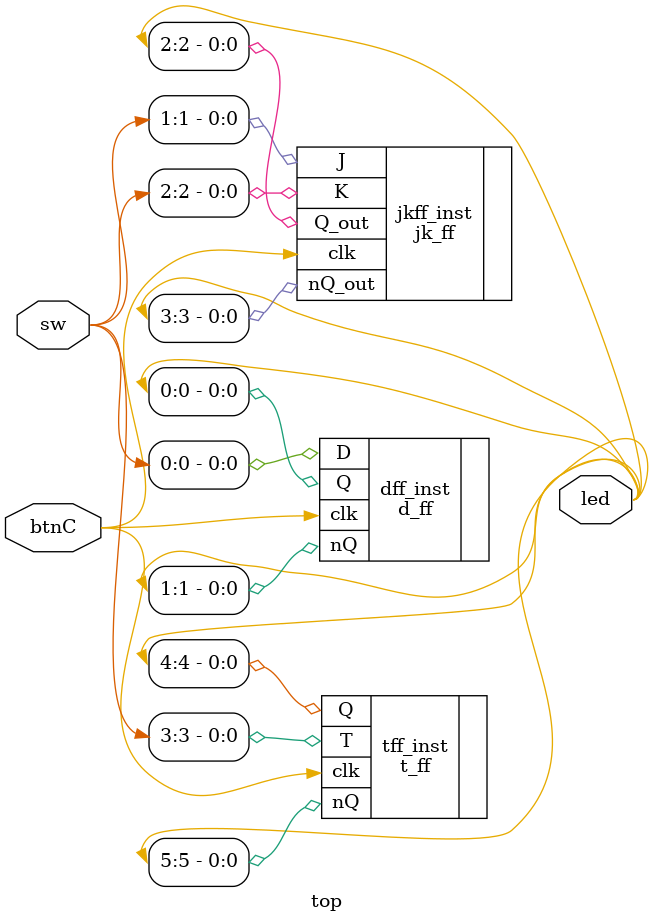
<source format=v>
module top (
    
    input [3:0] sw,   
    input btnC,       
    output [5:0] led  
);
    
    d_ff dff_inst (
        .D   (sw[0]),
        .clk (btnC),
        .Q   (led[0]),
        .nQ  (led[1])
    );

    jk_ff jkff_inst (
        .J   (sw[1]),
        .K   (sw[2]),
        .clk (btnC),
        .Q_out (led[2]),
        .nQ_out (led[3])
    );

    t_ff tff_inst (
        .T   (sw[3]),
        .clk (btnC),
        .Q   (led[4]),
        .nQ  (led[5])
    );

endmodule
</source>
